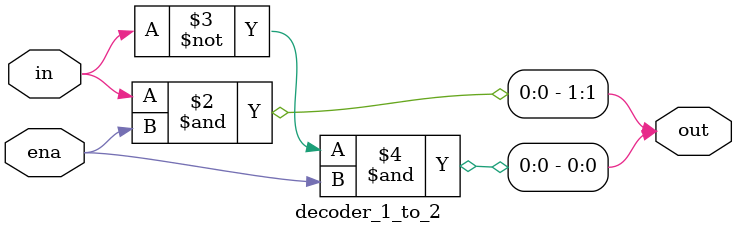
<source format=sv>
module decoder_1_to_2(ena, in, out);

input wire ena;
input wire in;
output logic [1:0] out;

always_comb begin
  out[1] = in & ena;
  out[0] = ~in & ena;
end

endmodule
</source>
